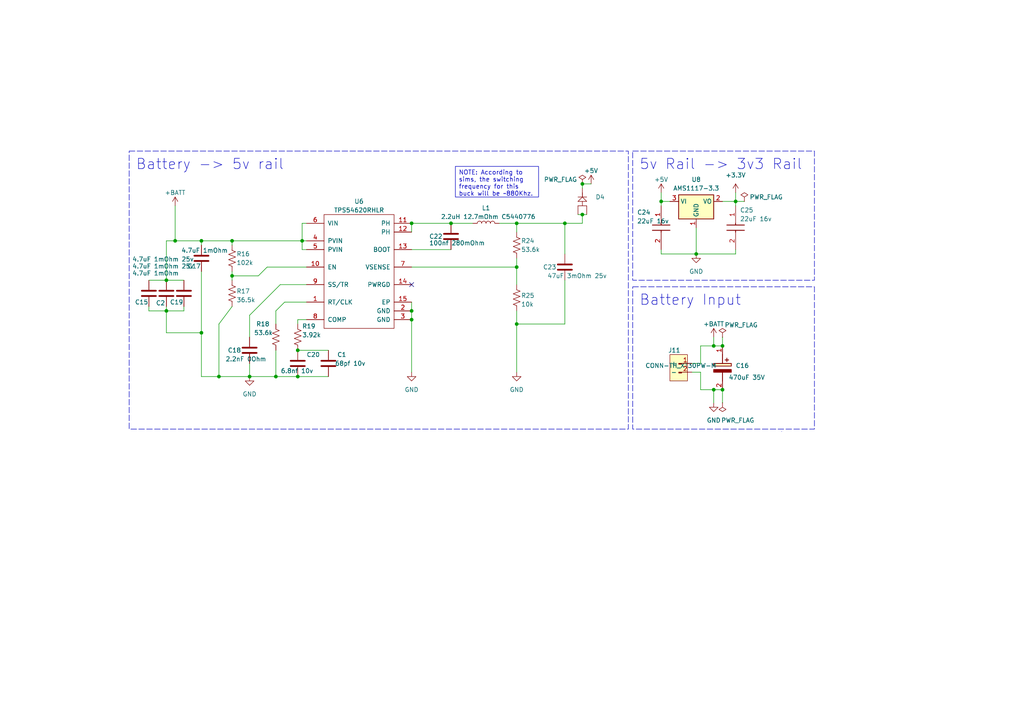
<source format=kicad_sch>
(kicad_sch (version 20231120) (generator "eeschema") (generator_version "8.0")
  (paper "A4")
  (lib_symbols
    (symbol "Device:C" (pin_numbers hide) (pin_names (offset 0.254))
      (property "Reference" "C" (at 0.635 2.54 0))
      (property "Value" "C" (at 0.635 -2.54 0))
      (symbol "C_0_1"
        (polyline (pts (xy -2.032 -0.762) (xy 2.032 -0.762)) (stroke (width 0.508)))
        (polyline (pts (xy -2.032 0.762) (xy 2.032 0.762)) (stroke (width 0.508)))
      )
      (symbol "C_1_1"
        (pin passive line (at 0 3.81 270) (length 2.794) (name "~") (number "1"))
        (pin passive line (at 0 -3.81 90) (length 2.794) (name "~") (number "2"))
      )
    )
    (symbol "Device:L" (pin_numbers hide) (pin_names (offset 1.016) hide)
      (property "Reference" "L" (at -1.27 0 90))
      (property "Value" "L" (at 1.905 0 90))
      (symbol "L_0_1"
        (arc (start 0 -2.54) (mid 0.6323 -1.905) (end 0 -1.27))
        (arc (start 0 -1.27) (mid 0.6323 -0.635) (end 0 0))
        (arc (start 0 0) (mid 0.6323 0.635) (end 0 1.27))
        (arc (start 0 1.27) (mid 0.6323 1.905) (end 0 2.54))
      )
      (symbol "L_1_1"
        (pin passive line (at 0 3.81 270) (length 1.27) (name "1") (number "1"))
        (pin passive line (at 0 -3.81 90) (length 1.27) (name "2") (number "2"))
      )
    )
    (symbol "Device:R_US" (pin_numbers hide) (pin_names (offset 0))
      (property "Reference" "R" (at 2.54 0 90))
      (property "Value" "R_US" (at -2.54 0 90))
      (symbol "R_US_0_1"
        (polyline (pts (xy 0 -2.286) (xy 0 -2.54)))
        (polyline (pts (xy 0 2.286) (xy 0 2.54)))
        (polyline (pts (xy 0 -0.762) (xy 1.016 -1.143) (xy 0 -1.524) (xy -1.016 -1.905) (xy 0 -2.286)))
        (polyline (pts (xy 0 0.762) (xy 1.016 0.381) (xy 0 0) (xy -1.016 -0.381) (xy 0 -0.762)))
        (polyline (pts (xy 0 2.286) (xy 1.016 1.905) (xy 0 1.524) (xy -1.016 1.143) (xy 0 0.762)))
      )
      (symbol "R_US_1_1"
        (pin passive line (at 0 3.81 270) (length 1.27) (name "~") (number "1"))
        (pin passive line (at 0 -3.81 90) (length 1.27) (name "~") (number "2"))
      )
    )
    (symbol "LCSC_imports:TPS54620RHLR" (pin_names (offset 1.016))
      (property "Reference" "U" (at 0 20.3962 0))
      (property "Value" "TPS54620RHLR" (at 0 25.4762 0))
      (symbol "TPS54620RHLR_1_1"
        (rectangle (start -10.16 17.78) (end 10.16 -15.24) (stroke (width 0.1524)))
        (pin input line (at -15.24 -7.62 0) (length 5.08) (name "RT/CLK") (number "1"))
        (pin input line (at -15.24 2.54 0) (length 5.08) (name "EN") (number "10"))
        (pin power_in line (at 15.24 15.24 180) (length 5.08) (name "PH") (number "11"))
        (pin power_in line (at 15.24 12.7 180) (length 5.08) (name "PH") (number "12"))
        (pin input line (at 15.24 7.62 180) (length 5.08) (name "BOOT") (number "13"))
        (pin input line (at 15.24 -2.54 180) (length 5.08) (name "PWRGD") (number "14"))
        (pin power_in line (at 15.24 -7.62 180) (length 5.08) (name "EP") (number "15"))
        (pin power_in line (at 15.24 -10.16 180) (length 5.08) (name "GND") (number "2"))
        (pin power_in line (at 15.24 -12.7 180) (length 5.08) (name "GND") (number "3"))
        (pin power_in line (at -15.24 10.16 0) (length 5.08) (name "PVIN") (number "4"))
        (pin power_in line (at -15.24 7.62 0) (length 5.08) (name "PVIN") (number "5"))
        (pin power_in line (at -15.24 15.24 0) (length 5.08) (name "VIN") (number "6"))
        (pin input line (at 15.24 2.54 180) (length 5.08) (name "VSENSE") (number "7"))
        (pin input line (at -15.24 -12.7 0) (length 5.08) (name "COMP") (number "8"))
        (pin input line (at -15.24 -2.54 0) (length 5.08) (name "SS/TR") (number "9"))
      )
    )
    (symbol "Regulator_Linear:AMS1117-3.3"
      (property "Reference" "U" (at -3.81 3.175 0))
      (property "Value" "AMS1117-3.3" (at 0 3.175 0))
      (symbol "AMS1117-3.3_0_1"
        (rectangle (start -5.08 -5.08) (end 5.08 1.905) (stroke (width 0.254)) (fill (type background)))
      )
      (symbol "AMS1117-3.3_1_1"
        (pin power_in line (at 0 -7.62 90) (length 2.54) (name "GND") (number "1"))
        (pin power_out line (at 7.62 0 180) (length 2.54) (name "VO") (number "2"))
        (pin power_in line (at -7.62 0 0) (length 2.54) (name "VI") (number "3"))
      )
    )
    (symbol "aaa_SamacSys_Parts:CL21A226MQQNNNE" (pin_names hide)
      (property "Reference" "C" (at 8.89 6.35 0))
      (property "Value" "CL21A226MQQNNNE" (at 8.89 3.81 0))
      (symbol "CL21A226MQQNNNE_1_1"
        (polyline (pts (xy 5.08 0) (xy 5.588 0)) (stroke (width 0.254)))
        (polyline (pts (xy 5.588 2.54) (xy 5.588 -2.54)) (stroke (width 0.254)))
        (polyline (pts (xy 7.112 0) (xy 7.62 0)) (stroke (width 0.254)))
        (polyline (pts (xy 7.112 2.54) (xy 7.112 -2.54)) (stroke (width 0.254)))
        (pin passive line (at 0 0 0) (length 5.08) (name "1") (number "1"))
        (pin passive line (at 12.7 0 180) (length 5.08) (name "2") (number "2"))
      )
    )
    (symbol "easyeda:Schottky_SB1045L_C908747" (pin_numbers hide) (pin_names (offset 1.016) hide)
      (property "Reference" "D" (at 0 5.334 0))
      (property "Value" "Schottky_SB1045L_C908747" (at 0 10.414 0))
      (symbol "Schottky_SB1045L_C908747_1_1"
        (polyline (pts (xy -2.54 0) (xy -1.27 0)) (stroke (width 0.1524)))
        (polyline (pts (xy -1.27 -1.27) (xy -1.27 1.27)) (stroke (width 0.1524)))
        (polyline (pts (xy 0 0) (xy 1.27 0)) (stroke (width 0.1524)))
        (polyline (pts (xy 1.27 -1.27) (xy 1.27 1.27)) (stroke (width 0.1524)))
        (polyline (pts (xy 0 -1.27) (xy -1.27 0) (xy 0 1.27) (xy 0 -1.27)) (stroke (width 0.1524)))
        (pin input line (at 3.81 1.27 180) (length 2.54) (name "A") (number "1"))
        (pin input line (at -3.81 0 0) (length 2.54) (name "K") (number "2"))
        (pin input line (at 3.81 -1.27 180) (length 2.54) (name "A") (number "3"))
      )
    )
    (symbol "motorgo_components:RGA221M1EBK-0811G" (pin_names hide)
      (property "Reference" "C" (at 8.89 6.35 0))
      (property "Value" "RGA221M1EBK-0811G" (at 8.89 3.81 0))
      (symbol "RGA221M1EBK-0811G_1_1"
        (polyline (pts (xy 2.54 0) (xy 5.08 0)) (stroke (width 0.254)))
        (polyline (pts (xy 4.064 1.778) (xy 4.064 0.762)) (stroke (width 0.254)))
        (polyline (pts (xy 4.572 1.27) (xy 3.556 1.27)) (stroke (width 0.254)))
        (polyline (pts (xy 7.62 0) (xy 10.16 0)) (stroke (width 0.254)))
        (polyline (pts (xy 7.62 2.54) (xy 7.62 -2.54) (xy 6.858 -2.54) (xy 6.858 2.54) (xy 7.62 2.54)) (stroke (width 0.254)) (fill (type outline)))
        (rectangle (start 5.08 2.54) (end 5.842 -2.54) (stroke (width 0.254)) (fill (type background)))
        (pin passive line (at 0 0 0) (length 2.54) (name "+") (number "1"))
        (pin passive line (at 12.7 0 180) (length 2.54) (name "-") (number "2"))
      )
    )
    (symbol "motorgo_components:xt30"
      (property "Reference" "J" (at -3.175 4.445 0))
      (symbol "xt30_1_1"
        (rectangle (start -2.54 3.81) (end 2.54 -3.81) (fill (type background)))
        (rectangle (start 0 -1.27) (end 0.8636 -1.524) (stroke (width 0.1524)) (fill (type outline)))
        (polyline (pts (xy 0.635 -1.27) (xy 0.2286 -1.27)) (stroke (width 0.1524)))
        (polyline (pts (xy 0.635 1.27) (xy 0.2286 1.27)) (stroke (width 0.1524)))
        (rectangle (start 0 1.27) (end 0.8636 1.016) (stroke (width 0.1524)) (fill (type outline)))
        (pin power_in line (at 3.81 1.27 180) (length 3.81) (name "+") (number "1"))
        (pin power_in line (at 3.81 -1.27 180) (length 3.81) (name "-") (number "2"))
      )
    )
    (symbol "power:+3.3V" (power) (pin_names (offset 0))
      (property "Value" "+3.3V" (at 0 3.556 0))
      (symbol "+3.3V_0_1"
        (polyline (pts (xy -0.762 1.27) (xy 0 2.54)))
        (polyline (pts (xy 0 0) (xy 0 2.54)))
        (polyline (pts (xy 0 2.54) (xy 0.762 1.27)))
      )
      (symbol "+3.3V_1_1"
        (pin power_in line (at 0 0 90) (length 0) hide (name "+3.3V") (number "1"))
      )
    )
    (symbol "power:+5V" (power) (pin_names (offset 0))
      (property "Value" "+5V" (at 0 3.556 0))
      (symbol "+5V_0_1"
        (polyline (pts (xy -0.762 1.27) (xy 0 2.54)))
        (polyline (pts (xy 0 0) (xy 0 2.54)))
        (polyline (pts (xy 0 2.54) (xy 0.762 1.27)))
      )
      (symbol "+5V_1_1"
        (pin power_in line (at 0 0 90) (length 0) hide (name "+5V") (number "1"))
      )
    )
    (symbol "power:+BATT" (power) (pin_names (offset 0))
      (property "Value" "+BATT" (at 0 3.556 0))
      (symbol "+BATT_0_1"
        (polyline (pts (xy -0.762 1.27) (xy 0 2.54)))
        (polyline (pts (xy 0 0) (xy 0 2.54)))
        (polyline (pts (xy 0 2.54) (xy 0.762 1.27)))
      )
      (symbol "+BATT_1_1"
        (pin power_in line (at 0 0 90) (length 0) hide (name "+BATT") (number "1"))
      )
    )
    (symbol "power:GND" (power) (pin_names (offset 0))
      (property "Value" "GND" (at 0 -3.81 0))
      (symbol "GND_0_1"
        (polyline (pts (xy 0 0) (xy 0 -1.27) (xy 1.27 -1.27) (xy 0 -2.54) (xy -1.27 -1.27) (xy 0 -1.27)))
      )
      (symbol "GND_1_1"
        (pin power_in line (at 0 0 270) (length 0) hide (name "GND") (number "1"))
      )
    )
    (symbol "power:PWR_FLAG" (power) (pin_numbers hide) (pin_names (offset 0) hide)
      (property "Value" "PWR_FLAG" (at 0 3.81 0))
      (symbol "PWR_FLAG_0_0"
        (pin power_out line (at 0 0 90) (length 0) (name "pwr") (number "1"))
      )
      (symbol "PWR_FLAG_0_1"
        (polyline (pts (xy 0 0) (xy 0 1.27) (xy -1.016 1.905) (xy 0 2.54) (xy 1.016 1.905) (xy 0 1.27)))
      )
    )
  )
  (junction (at 119.38 90.17))
  (junction (at 209.55 100.33))
  (junction (at 119.38 64.77))
  (junction (at 50.8 69.85))
  (junction (at 213.36 58.42))
  (junction (at 191.77 58.42))
  (junction (at 63.5 109.22))
  (junction (at 201.93 73.66))
  (junction (at 87.63 69.85))
  (junction (at 130.81 64.77))
  (junction (at 58.42 69.85))
  (junction (at 48.26 81.28))
  (junction (at 149.86 93.98))
  (junction (at 168.91 62.23))
  (junction (at 207.01 113.03))
  (junction (at 86.36 109.22))
  (junction (at 119.38 92.71))
  (junction (at 149.86 64.77))
  (junction (at 149.86 77.47))
  (junction (at 67.31 69.85))
  (junction (at 209.55 113.03))
  (junction (at 58.42 96.52))
  (junction (at 72.39 109.22))
  (junction (at 48.26 90.17))
  (junction (at 67.31 80.01))
  (junction (at 86.36 101.6))
  (junction (at 80.01 109.22))
  (junction (at 207.01 100.33))
  (junction (at 168.91 53.34))
  (junction (at 163.83 64.77))
  (no_connect (at 119.38 82.55))
  (wire (pts (xy 67.31 69.85) (xy 67.31 71.12)))
  (wire (pts (xy 149.86 90.17) (xy 149.86 93.98)))
  (wire (pts (xy 80.01 109.22) (xy 86.36 109.22)))
  (wire (pts (xy 130.81 64.77) (xy 137.16 64.77)))
  (wire (pts (xy 191.77 73.66) (xy 191.77 72.39)))
  (wire (pts (xy 86.36 109.22) (xy 95.25 109.22)))
  (wire (pts (xy 48.26 81.28) (xy 43.18 81.28)))
  (wire (pts (xy 203.2 107.95) (xy 200.66 107.95)))
  (wire (pts (xy 67.31 80.01) (xy 67.31 81.28)))
  (wire (pts (xy 149.86 64.77) (xy 149.86 67.31)))
  (wire (pts (xy 81.28 82.55) (xy 88.9 82.55)))
  (wire (pts (xy 191.77 59.69) (xy 191.77 58.42)))
  (wire (pts (xy 119.38 92.71) (xy 119.38 107.95)))
  (wire (pts (xy 87.63 69.85) (xy 67.31 69.85)))
  (wire (pts (xy 58.42 69.85) (xy 67.31 69.85)))
  (wire (pts (xy 168.91 54.61) (xy 168.91 53.34)))
  (wire (pts (xy 53.34 88.9) (xy 53.34 90.17)))
  (wire (pts (xy 48.26 96.52) (xy 58.42 96.52)))
  (wire (pts (xy 149.86 77.47) (xy 149.86 82.55)))
  (wire (pts (xy 67.31 78.74) (xy 67.31 80.01)))
  (wire (pts (xy 203.2 100.33) (xy 207.01 100.33)))
  (wire (pts (xy 209.55 58.42) (xy 213.36 58.42)))
  (wire (pts (xy 168.91 62.23) (xy 168.91 64.77)))
  (wire (pts (xy 167.64 62.23) (xy 168.91 62.23)))
  (wire (pts (xy 82.55 87.63) (xy 80.01 90.17)))
  (wire (pts (xy 213.36 73.66) (xy 213.36 72.39)))
  (wire (pts (xy 58.42 96.52) (xy 58.42 109.22)))
  (wire (pts (xy 48.26 96.52) (xy 48.26 90.17)))
  (wire (pts (xy 87.63 72.39) (xy 88.9 72.39)))
  (wire (pts (xy 82.55 87.63) (xy 88.9 87.63)))
  (wire (pts (xy 87.63 64.77) (xy 88.9 64.77)))
  (wire (pts (xy 77.47 77.47) (xy 74.93 80.01)))
  (wire (pts (xy 203.2 105.41) (xy 200.66 105.41)))
  (wire (pts (xy 201.93 73.66) (xy 213.36 73.66)))
  (wire (pts (xy 43.18 90.17) (xy 43.18 88.9)))
  (wire (pts (xy 67.31 88.9) (xy 63.5 93.98)))
  (wire (pts (xy 149.86 64.77) (xy 163.83 64.77)))
  (wire (pts (xy 63.5 109.22) (xy 72.39 109.22)))
  (wire (pts (xy 48.26 88.9) (xy 48.26 90.17)))
  (wire (pts (xy 119.38 90.17) (xy 119.38 92.71)))
  (wire (pts (xy 203.2 100.33) (xy 203.2 105.41)))
  (wire (pts (xy 87.63 64.77) (xy 87.63 69.85)))
  (wire (pts (xy 207.01 113.03) (xy 209.55 113.03)))
  (wire (pts (xy 80.01 90.17) (xy 80.01 93.98)))
  (wire (pts (xy 209.55 113.03) (xy 209.55 116.84)))
  (wire (pts (xy 58.42 109.22) (xy 63.5 109.22)))
  (wire (pts (xy 163.83 81.28) (xy 163.83 93.98)))
  (wire (pts (xy 191.77 55.88) (xy 191.77 58.42)))
  (wire (pts (xy 149.86 93.98) (xy 149.86 107.95)))
  (wire (pts (xy 209.55 97.79) (xy 209.55 100.33)))
  (wire (pts (xy 86.36 92.71) (xy 88.9 92.71)))
  (wire (pts (xy 43.18 90.17) (xy 48.26 90.17)))
  (wire (pts (xy 58.42 78.74) (xy 58.42 96.52)))
  (wire (pts (xy 119.38 64.77) (xy 130.81 64.77)))
  (wire (pts (xy 67.31 80.01) (xy 74.93 80.01)))
  (wire (pts (xy 119.38 64.77) (xy 119.38 67.31)))
  (wire (pts (xy 203.2 113.03) (xy 203.2 107.95)))
  (wire (pts (xy 168.91 62.23) (xy 170.18 62.23)))
  (wire (pts (xy 72.39 91.44) (xy 72.39 97.79)))
  (wire (pts (xy 168.91 53.34) (xy 171.45 53.34)))
  (wire (pts (xy 119.38 72.39) (xy 130.81 72.39)))
  (wire (pts (xy 48.26 81.28) (xy 53.34 81.28)))
  (wire (pts (xy 72.39 109.22) (xy 80.01 109.22)))
  (wire (pts (xy 168.91 64.77) (xy 163.83 64.77)))
  (wire (pts (xy 86.36 92.71) (xy 86.36 93.98)))
  (wire (pts (xy 88.9 77.47) (xy 77.47 77.47)))
  (wire (pts (xy 207.01 113.03) (xy 207.01 116.84)))
  (wire (pts (xy 87.63 69.85) (xy 87.63 72.39)))
  (wire (pts (xy 203.2 113.03) (xy 207.01 113.03)))
  (wire (pts (xy 213.36 58.42) (xy 215.9 58.42)))
  (wire (pts (xy 48.26 90.17) (xy 53.34 90.17)))
  (wire (pts (xy 119.38 87.63) (xy 119.38 90.17)))
  (wire (pts (xy 86.36 101.6) (xy 95.25 101.6)))
  (wire (pts (xy 201.93 66.04) (xy 201.93 73.66)))
  (wire (pts (xy 87.63 69.85) (xy 88.9 69.85)))
  (wire (pts (xy 58.42 69.85) (xy 58.42 71.12)))
  (wire (pts (xy 72.39 105.41) (xy 72.39 109.22)))
  (wire (pts (xy 119.38 77.47) (xy 149.86 77.47)))
  (wire (pts (xy 50.8 69.85) (xy 58.42 69.85)))
  (wire (pts (xy 207.01 100.33) (xy 209.55 100.33)))
  (wire (pts (xy 144.78 64.77) (xy 149.86 64.77)))
  (wire (pts (xy 163.83 64.77) (xy 163.83 73.66)))
  (wire (pts (xy 48.26 69.85) (xy 50.8 69.85)))
  (wire (pts (xy 191.77 73.66) (xy 201.93 73.66)))
  (wire (pts (xy 63.5 109.22) (xy 63.5 93.98)))
  (wire (pts (xy 50.8 59.69) (xy 50.8 69.85)))
  (wire (pts (xy 81.28 82.55) (xy 72.39 91.44)))
  (wire (pts (xy 149.86 74.93) (xy 149.86 77.47)))
  (wire (pts (xy 213.36 58.42) (xy 213.36 59.69)))
  (wire (pts (xy 213.36 55.88) (xy 213.36 58.42)))
  (wire (pts (xy 191.77 58.42) (xy 194.31 58.42)))
  (wire (pts (xy 149.86 93.98) (xy 163.83 93.98)))
  (wire (pts (xy 207.01 97.79) (xy 207.01 100.33)))
  (wire (pts (xy 48.26 69.85) (xy 48.26 81.28)))
  (wire (pts (xy 80.01 101.6) (xy 80.01 109.22)))
  (rectangle (start 183.515 43.815) (end 236.22 81.28) (stroke (width 0) (type dash)))
  (rectangle (start 37.465 43.815) (end 182.245 124.46) (stroke (width 0) (type dash)))
  (rectangle (start 226.695 125.095) (end 226.695 125.095))
  (rectangle (start 183.515 83.185) (end 236.22 124.46) (stroke (width 0) (type dash)))
  (text_box "NOTE: According to sims, the switching frequency for this buck will be ~880Khz." (at 132.08 48.26 0) (size 24.13 8.89) (effects (font (size 1.27 1.27)) (justify left top)))
  (text "Battery -> 5v rail" (at 39.37 49.53 0) (effects (font (size 3 3)) (justify left bottom)))
  (text "Battery Input\n" (at 185.42 88.9 0) (effects (font (size 3 3)) (justify left bottom)))
  (text "5v Rail -> 3v3 Rail" (at 185.42 49.53 0) (effects (font (size 3 3)) (justify left bottom)))
  (symbol (lib_id "aaa_SamacSys_Parts:CL21A226MQQNNNE") (at 191.77 59.69 270) (unit 1)
    (property "Reference" "C24" (at 184.785 61.595 90) (effects (justify left)))
    (property "Value" "22uF 16v" (at 184.785 64.135 90) (effects (justify left)))
    (property "Footprint" "Capacitor_SMD:C_0603_1608Metric" (effects (hide yes)))
    (property "Datasheet" "https://www.lcsc.com/product-detail/Multilayer-Ceramic-Capacitors-MLCC-SMD-SMT_Samsung-Electro-Mechanics-CL10A226MO7JZNC_C2762594.html" (effects (hide yes)))
    (property "Height" "1.4" (effects (hide yes)))
    (property "Mouser Part Number" "187-CL21A226MQQNNNE" (effects (hide yes)))
    (property "Mouser Price/Stock" "https://www.mouser.co.uk/ProductDetail/Samsung-Electro-Mechanics/CL21A226MQQNNNE?qs=349EhDEZ59oZnQF%252BO1HZ%252BQ%3D%3D" (effects (hide yes)))
    (property "Manufacturer_Name" "SAMSUNG" (effects (hide yes)))
    (property "Manufacturer_Part_Number" "CL21A226MQQNNNE" (effects (hide yes)))
    (property "LCSC_Part_Number" "C2762594" (effects (hide yes)))
  )
  (symbol (lib_id "power:PWR_FLAG") (at 215.9 58.42 0) (unit 1)
    (property "Reference" "#FLG05" (effects (hide yes)))
    (property "Value" "PWR_FLAG" (at 222.25 57.15 0))
  )
  (symbol (lib_id "power:PWR_FLAG") (at 209.55 116.84 180) (unit 1)
    (property "Reference" "#FLG02" (effects (hide yes)))
    (property "Value" "PWR_FLAG" (at 213.995 121.92 0))
  )
  (symbol (lib_id "power:+3.3V") (at 213.36 55.88 0) (unit 1)
    (property "Reference" "#PWR075" (effects (hide yes)))
    (property "Value" "+3.3V" (at 213.36 50.8 0))
  )
  (symbol (lib_id "Device:C") (at 163.83 77.47 0) (unit 1)
    (property "Reference" "C23" (at 157.48 77.47 0) (effects (justify left)))
    (property "Value" "47uF 3mOhm 25v" (at 158.75 80.01 0) (effects (justify left)))
    (property "Footprint" "Capacitor_SMD:C_1210_3225Metric" (effects (hide yes)))
    (property "Datasheet" "https://www.lcsc.com/product-detail/Multilayer-Ceramic-Capacitors-MLCC-SMD-SMT_Chinocera-HGC1210R5476M250NSVK_C7432791.html" (effects (hide yes)))
    (property "LCSC_Part_Number" "C7432791" (effects (hide yes)))
  )
  (symbol (lib_id "Device:C") (at 130.81 68.58 0) (unit 1)
    (property "Reference" "C22" (at 124.46 68.58 0) (effects (justify left)))
    (property "Value" "100nf 280mOhm" (at 124.46 70.485 0) (effects (justify left)))
    (property "Footprint" "Capacitor_SMD:C_0402_1005Metric" (effects (hide yes)))
    (property "Datasheet" "https://www.lcsc.com/product-detail/Multilayer-Ceramic-Capacitors-MLCC-SMD-SMT_CCTC-TCC0402X5R104K250AT_C880603.html" (effects (hide yes)))
    (property "LCSC_Part_Number" "C880603" (effects (hide yes)))
  )
  (symbol (lib_id "power:GND") (at 72.39 109.22 0) (unit 1)
    (property "Reference" "#PWR061" (effects (hide yes)))
    (property "Value" "GND" (at 72.39 114.3 0))
  )
  (symbol (lib_id "power:+5V") (at 171.45 53.34 0) (mirror y) (unit 1)
    (property "Reference" "#PWR071" (effects (hide yes)))
    (property "Value" "+5V" (at 171.45 49.53 0))
  )
  (symbol (lib_id "motorgo_components:xt30") (at 196.85 106.68 0) (unit 1)
    (property "Reference" "J11" (at 195.58 101.6 0))
    (property "Value" "CONN-TH_XT30PW-M" (at 197.485 106.045 0))
    (property "Footprint" "easyeda:CONN-TH_XT30PW-M" (effects (hide yes)))
    (property "Datasheet" "https://www.lcsc.com/product-detail/DC-Power-Connector_XKB-Connection-DC-005-2-5A-2-0_C319099.html" (effects (hide yes)))
    (property "LCSC_Part_Number" "C319099" (effects (hide yes)))
  )
  (symbol (lib_id "Device:C") (at 48.26 85.09 0) (unit 1)
    (property "Reference" "C2" (at 45.212 87.884 0) (effects (justify left)))
    (property "Value" "4.7uF 1mOhm 25v" (at 38.354 77.216 0) (effects (justify left)))
    (property "Footprint" "Capacitor_SMD:C_0805_2012Metric" (effects (hide yes)))
    (property "Datasheet" "https://www.lcsc.com/product-detail/Multilayer-Ceramic-Capacitors-MLCC-SMD-SMT_CCTC-TCC0805X5R106K250FT_C5448891.html" (effects (hide yes)))
    (property "LCSC_Part_Number" "C5448891" (effects (hide yes)))
  )
  (symbol (lib_id "power:+5V") (at 191.77 55.88 0) (unit 1)
    (property "Reference" "#PWR072" (effects (hide yes)))
    (property "Value" "+5V" (at 191.77 52.07 0))
  )
  (symbol (lib_id "Device:R_US") (at 86.36 97.79 0) (unit 1)
    (property "Reference" "R19" (at 87.63 94.615 0) (effects (justify left)))
    (property "Value" "3.92k" (at 87.63 97.155 0) (effects (justify left)))
    (property "Footprint" "Resistor_SMD:R_0402_1005Metric" (effects (hide yes)))
    (property "Datasheet" "https://www.lcsc.com/product-detail/Chip-Resistor-Surface-Mount_FOJAN-FRC0402F3401TS_C3013164.html" (effects (hide yes)))
    (property "LCSC_Part_Number" "C3013164" (effects (hide yes)))
  )
  (symbol (lib_id "Device:C") (at 86.36 105.41 0) (unit 1)
    (property "Reference" "C20" (at 88.9 102.87 0) (effects (justify left)))
    (property "Value" "6.8nf 10v" (at 81.407 107.569 0) (effects (justify left)))
    (property "Footprint" "Capacitor_SMD:C_0201_0603Metric" (effects (hide yes)))
    (property "Datasheet" "https://www.lcsc.com/product-detail/Multilayer-Ceramic-Capacitors-MLCC-SMD-SMT_FH-Guangdong-Fenghua-Advanced-Tech-0201CG430J500NT_C3037638.html" (effects (hide yes)))
    (property "LCSC_Part_Number" "C3037638" (effects (hide yes)))
  )
  (symbol (lib_id "power:+BATT") (at 207.01 97.79 0) (unit 1)
    (property "Reference" "#PWR059" (effects (hide yes)))
    (property "Value" "+BATT" (at 207.01 93.98 0))
  )
  (symbol (lib_id "motorgo_components:RGA221M1EBK-0811G") (at 209.55 100.33 270) (unit 1)
    (property "Reference" "C16" (at 213.36 106.045 90) (effects (justify left)))
    (property "Value" "470uF 35V" (at 211.328 109.474 90) (effects (justify left)))
    (property "Footprint" "Capacitor_SMD:CP_Elec_10x10.5" (effects (hide yes)))
    (property "Datasheet" "https://www.lcsc.com/product-detail/Aluminum-Electrolytic-Capacitors-SMD_Nichicon-UWT1H221MNL1GS_C125977.html" (effects (hide yes)))
    (property "Height" "13" (effects (hide yes)))
    (property "Mouser Part Number" "140-RGA221M1EBK0811G" (effects (hide yes)))
    (property "Mouser Price/Stock" "https://www.mouser.co.uk/ProductDetail/Lelon/RGA221M1EBK-0811G?qs=pNDdEcSXiOD075vn7PGSsQ%3D%3D" (effects (hide yes)))
    (property "Manufacturer_Name" "Lelon" (effects (hide yes)))
    (property "Manufacturer_Part_Number" "RGA221M1EBK-0811G" (effects (hide yes)))
    (property "LCSC_Part_Number" "C125977" (effects (hide yes)))
  )
  (symbol (lib_id "power:GND") (at 149.86 107.95 0) (unit 1)
    (property "Reference" "#PWR067" (effects (hide yes)))
    (property "Value" "GND" (at 149.86 113.03 0))
  )
  (symbol (lib_id "aaa_SamacSys_Parts:CL21A226MQQNNNE") (at 213.36 59.69 270) (unit 1)
    (property "Reference" "C25" (at 214.63 60.96 90) (effects (justify left)))
    (property "Value" "22uF 16v" (at 214.63 63.5 90) (effects (justify left)))
    (property "Footprint" "Capacitor_SMD:C_0603_1608Metric" (effects (hide yes)))
    (property "Datasheet" "https://www.lcsc.com/product-detail/Multilayer-Ceramic-Capacitors-MLCC-SMD-SMT_Samsung-Electro-Mechanics-CL10A226MO7JZNC_C2762594.html" (effects (hide yes)))
    (property "Height" "1.4" (effects (hide yes)))
    (property "Mouser Part Number" "187-CL21A226MQQNNNE" (effects (hide yes)))
    (property "Mouser Price/Stock" "https://www.mouser.co.uk/ProductDetail/Samsung-Electro-Mechanics/CL21A226MQQNNNE?qs=349EhDEZ59oZnQF%252BO1HZ%252BQ%3D%3D" (effects (hide yes)))
    (property "Manufacturer_Name" "SAMSUNG" (effects (hide yes)))
    (property "Manufacturer_Part_Number" "CL21A226MQQNNNE" (effects (hide yes)))
    (property "LCSC_Part_Number" "C2762594" (effects (hide yes)))
  )
  (symbol (lib_id "power:GND") (at 201.93 73.66 0) (unit 1)
    (property "Reference" "#PWR073" (effects (hide yes)))
    (property "Value" "GND" (at 201.93 78.74 0))
  )
  (symbol (lib_id "Device:R_US") (at 80.01 97.79 0) (unit 1)
    (property "Reference" "R18" (at 74.295 93.98 0) (effects (justify left)))
    (property "Value" "53.6k" (at 73.66 96.52 0) (effects (justify left)))
    (property "Footprint" "Resistor_SMD:R_0402_1005Metric" (effects (hide yes)))
    (property "Datasheet" "https://www.lcsc.com/product-detail/Chip-Resistor-Surface-Mount_FOJAN-FRC0402F5362TS_C5153961.html" (effects (hide yes)))
    (property "LCSC_Part_Number" "C5153961" (effects (hide yes)))
  )
  (symbol (lib_id "easyeda:Schottky_SB1045L_C908747") (at 168.91 58.42 270) (unit 1)
    (property "Reference" "D4" (at 172.72 57.1499 90) (effects (justify left)))
    (property "Value" "Schottky_SB1045L_C908747" (effects (hide yes)))
    (property "Footprint" "easyeda:TO-277_3P-L5.4-W4.0-LS6.5-TR" (effects (hide yes)))
    (property "SuppliersPartNumber" "C908747" (effects (hide yes)))
    (property "uuid" "std:209a628ebac24c2f8df90420eba7d942" (effects (hide yes)))
  )
  (symbol (lib_id "power:+BATT") (at 50.8 59.69 0) (unit 1)
    (property "Reference" "#PWR058" (effects (hide yes)))
    (property "Value" "+BATT" (at 50.8 55.88 0))
  )
  (symbol (lib_id "Device:C") (at 53.34 85.09 0) (unit 1)
    (property "Reference" "C19" (at 49.276 87.63 0) (effects (justify left)))
    (property "Value" "4.7uF 1mOhm" (at 38.354 79.248 0) (effects (justify left)))
    (property "Footprint" "Capacitor_SMD:C_0805_2012Metric" (effects (hide yes)))
    (property "Datasheet" "https://www.lcsc.com/product-detail/Multilayer-Ceramic-Capacitors-MLCC-SMD-SMT_CCTC-TCC0805X5R106K250FT_C5448891.html" (effects (hide yes)))
    (property "LCSC_Part_Number" "C5448891" (effects (hide yes)))
  )
  (symbol (lib_id "power:GND") (at 119.38 107.95 0) (unit 1)
    (property "Reference" "#PWR065" (effects (hide yes)))
    (property "Value" "GND" (at 119.38 113.03 0))
  )
  (symbol (lib_id "power:GND") (at 207.01 116.84 0) (unit 1)
    (property "Reference" "#PWR060" (effects (hide yes)))
    (property "Value" "GND" (at 207.01 121.92 0))
  )
  (symbol (lib_id "Device:R_US") (at 149.86 71.12 0) (unit 1)
    (property "Reference" "R24" (at 151.13 69.85 0) (effects (justify left)))
    (property "Value" "53.6k" (at 151.13 72.39 0) (effects (justify left)))
    (property "Footprint" "Resistor_SMD:R_0402_1005Metric" (effects (hide yes)))
    (property "Datasheet" "https://www.lcsc.com/product-detail/Chip-Resistor-Surface-Mount_FOJAN-FRC0402F5232TS_C2998086.html" (effects (hide yes)))
    (property "LCSC_Part_Number" "C2998086" (effects (hide yes)))
  )
  (symbol (lib_id "Device:C") (at 95.25 105.41 0) (unit 1)
    (property "Reference" "C1" (at 97.79 102.87 0) (effects (justify left)))
    (property "Value" "68pf 10v" (at 97.155 105.41 0) (effects (justify left)))
    (property "Footprint" "Capacitor_SMD:C_0201_0603Metric" (effects (hide yes)))
    (property "Datasheet" "https://www.lcsc.com/product-detail/Multilayer-Ceramic-Capacitors-MLCC-SMD-SMT_FH-Guangdong-Fenghua-Advanced-Tech-0201CG430J500NT_C3037638.html" (effects (hide yes)))
    (property "LCSC_Part_Number" "C3037638" (effects (hide yes)))
  )
  (symbol (lib_id "power:PWR_FLAG") (at 209.55 97.79 0) (unit 1)
    (property "Reference" "#FLG01" (effects (hide yes)))
    (property "Value" "PWR_FLAG" (at 214.983 94.2633 0))
  )
  (symbol (lib_id "Device:R_US") (at 67.31 85.09 0) (unit 1)
    (property "Reference" "R17" (at 68.58 84.455 0) (effects (justify left)))
    (property "Value" "36.5k" (at 68.58 86.995 0) (effects (justify left)))
    (property "Footprint" "Resistor_SMD:R_0402_1005Metric" (effects (hide yes)))
    (property "Datasheet" "https://www.lcsc.com/product-detail/Chip-Resistor-Surface-Mount_UNI-ROYAL-Uniroyal-Elec-0402WGF3652TCE_C25887.html" (effects (hide yes)))
    (property "LCSC_Part_Number" "C25887" (effects (hide yes)))
  )
  (symbol (lib_id "Device:C") (at 58.42 74.93 0) (unit 1)
    (property "Reference" "C17" (at 54.356 77.216 0) (effects (justify left)))
    (property "Value" "4.7uF 1mOhm" (at 52.578 72.644 0) (effects (justify left)))
    (property "Footprint" "Capacitor_SMD:C_0603_1608Metric" (effects (hide yes)))
    (property "Datasheet" "https://www.lcsc.com/product-detail/Multilayer-Ceramic-Capacitors-MLCC-SMD-SMT_HRE-CGA0603X5R475K250JT_C6119856.html" (effects (hide yes)))
    (property "LCSC_Part_Number" "C6119856" (effects (hide yes)))
  )
  (symbol (lib_id "Device:L") (at 140.97 64.77 90) (unit 1)
    (property "Reference" "L1" (at 140.97 60.325 90))
    (property "Value" "2.2uH 12.7mOhm C5440776" (at 141.605 62.865 90))
    (property "Footprint" "easyeda:IND-SMD_L6.6-W6.4_CKSTT0610" (effects (hide yes)))
    (property "Datasheet" "https://www.lcsc.com/datasheet/lcsc_datasheet_2303140930_FANGCHENG-FC-ALX-6030D-3R3MT_C5370922.pdf" (effects (hide yes)))
    (property "LCSC_Part_Number" "C5440776" (effects (hide yes)))
  )
  (symbol (lib_id "LCSC_imports:TPS54620RHLR") (at 104.14 80.01 0) (unit 1)
    (property "Reference" "U6" (at 104.14 58.42 0))
    (property "Value" "TPS54620RHLR" (at 104.14 60.96 0))
    (property "Footprint" "easyeda:VQFN-14_L3.5-W3.5-P0.50-TL-EP_TPS54622RHLT" (effects (hide yes)))
    (property "Datasheet" "https://www.lcsc.com/product-detail/DC-DC-Converters_Texas-Instruments-TPS54620RHLR_C263274.html" (effects (hide yes)))
    (property "SuppliersPartNumber" "C263274" (effects (hide yes)))
    (property "uuid" "std:22c093bd3f0e4f169efe6636adc161b3" (effects (hide yes)))
    (property "LCSC_Part_Number" "C263274" (effects (hide yes)))
  )
  (symbol (lib_id "Device:R_US") (at 149.86 86.36 0) (unit 1)
    (property "Reference" "R25" (at 151.13 85.725 0) (effects (justify left)))
    (property "Value" "10k" (at 151.13 88.265 0) (effects (justify left)))
    (property "Footprint" "Resistor_SMD:R_0402_1005Metric" (effects (hide yes)))
    (property "Datasheet" "https://www.lcsc.com/product-detail/Chip-Resistor-Surface-Mount_FOJAN-FRC0402J103-TS_C2906885.html" (effects (hide yes)))
    (property "LCSC_Part_Number" "C2906885" (effects (hide yes)))
  )
  (symbol (lib_id "Regulator_Linear:AMS1117-3.3") (at 201.93 58.42 0) (unit 1)
    (property "Reference" "U8" (at 201.93 52.07 0))
    (property "Value" "AMS1117-3.3" (at 201.93 54.61 0))
    (property "Footprint" "Package_TO_SOT_SMD:SOT-223-3_TabPin2" (effects (hide yes)))
    (property "Datasheet" "https://www.lcsc.com/product-detail/Linear-Voltage-Regulators-LDO_UMW-Youtai-Semiconductor-Co-Ltd-AMS1117-3-3_C347222.html" (effects (hide yes)))
    (property "LCSC_Part_Number" "C347222" (effects (hide yes)))
  )
  (symbol (lib_id "power:PWR_FLAG") (at 168.91 53.34 0) (mirror y) (unit 1)
    (property "Reference" "#FLG03" (effects (hide yes)))
    (property "Value" "PWR_FLAG" (at 162.56 52.07 0))
  )
  (symbol (lib_id "Device:C") (at 43.18 85.09 0) (unit 1)
    (property "Reference" "C15" (at 39.116 87.63 0) (effects (justify left)))
    (property "Value" "4.7uF 1mOhm 25v" (at 38.354 75.184 0) (effects (justify left)))
    (property "Footprint" "Capacitor_SMD:C_0805_2012Metric" (effects (hide yes)))
    (property "Datasheet" "https://www.lcsc.com/product-detail/Multilayer-Ceramic-Capacitors-MLCC-SMD-SMT_CCTC-TCC0805X5R106K250FT_C5448891.html" (effects (hide yes)))
    (property "LCSC_Part_Number" "C5448891" (effects (hide yes)))
  )
  (symbol (lib_id "Device:C") (at 72.39 101.6 0) (unit 1)
    (property "Reference" "C18" (at 66.04 101.6 0) (effects (justify left)))
    (property "Value" "2.2nF 0Ohm" (at 65.405 104.14 0) (effects (justify left)))
    (property "Footprint" "Capacitor_SMD:C_0201_0603Metric" (effects (hide yes)))
    (property "Datasheet" "https://www.lcsc.com/product-detail/Multilayer-Ceramic-Capacitors-MLCC-SMD-SMT_FH-Guangdong-Fenghua-Advanced-Tech-0201X222K250NT_C285033.html" (effects (hide yes)))
    (property "LCSC_Part_Number" "C285033" (effects (hide yes)))
  )
  (symbol (lib_id "Device:R_US") (at 67.31 74.93 0) (unit 1)
    (property "Reference" "R16" (at 68.58 73.66 0) (effects (justify left)))
    (property "Value" "102k" (at 68.58 76.2 0) (effects (justify left)))
    (property "Footprint" "Resistor_SMD:R_0402_1005Metric" (effects (hide yes)))
    (property "Datasheet" "https://www.lcsc.com/product-detail/Chip-Resistor-Surface-Mount_FOJAN-FRC0402F1023TS_C2933066.html" (effects (hide yes)))
    (property "LCSC_Part_Number" "C2933066" (effects (hide yes)))
  )
)
</source>
